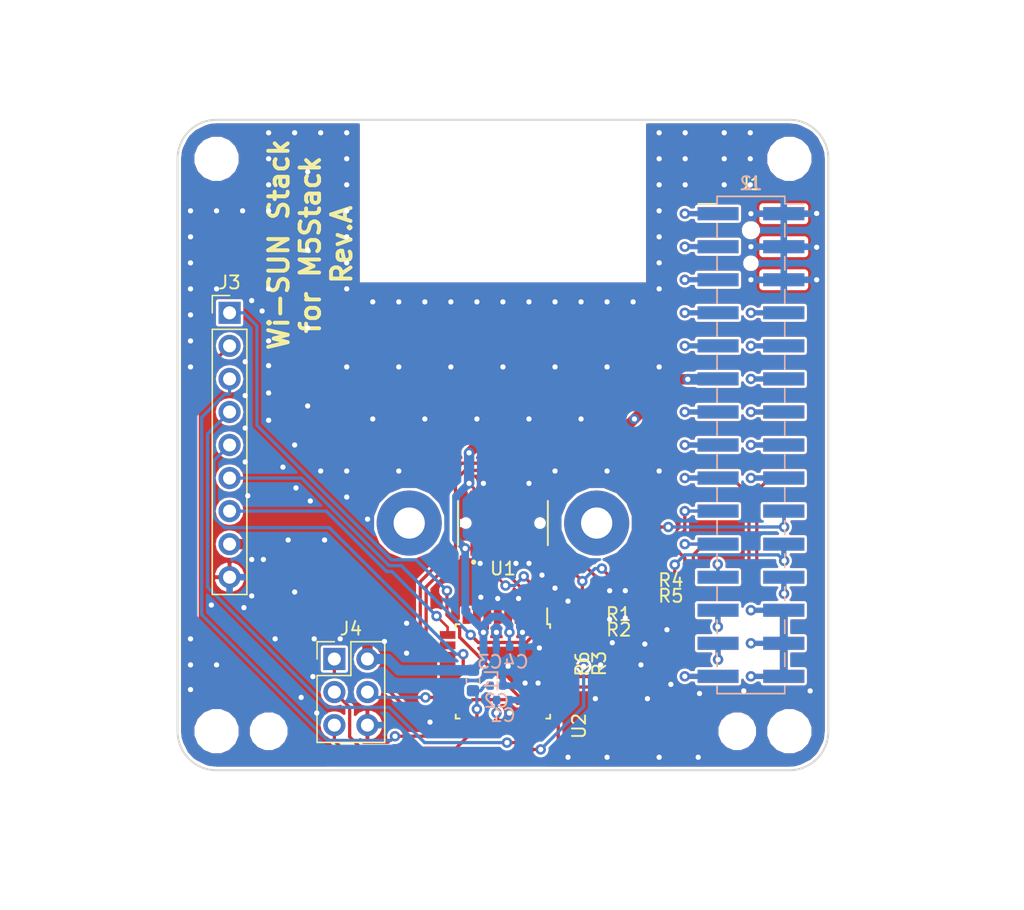
<source format=kicad_pcb>
(kicad_pcb (version 20171130) (host pcbnew "(5.0.0)")
  (layers (0 F.Cu signal) (31 B.Cu signal) (34 B.Paste user) (35 F.Paste user) (36 B.SilkS user) (37 F.SilkS user) (38 B.Mask user) (39 F.Mask user) (44 Edge.Cuts user))
  (net 0 "")
  (net 1 "Net-(C1-Pad1)")
  (net 2 GND)
  (net 3 "Net-(C2-Pad1)")
  (net 4 +3V3)
  (net 5 /HPWR)
  (net 6 /BATTERY)
  (net 7 +5V)
  (net 8 /IIS_IN)
  (net 9 /IIS_OUT)
  (net 10 /IIS_MK)
  (net 11 /IIS_SK)
  (net 12 /IIS_WS)
  (net 13 /GPIO_G2)
  (net 14 /GPIO_G5)
  (net 15 /SDA)
  (net 16 /SCL)
  (net 17 /RXD2)
  (net 18 /TXD2)
  (net 19 /RXD0)
  (net 20 /TXD0)
  (net 21 /SCK)
  (net 22 /MISO)
  (net 23 /DAC)
  (net 24 /MOSI)
  (net 25 /DAC_SPK)
  (net 26 /RST)
  (net 27 /ADC_G36)
  (net 28 /ADC_G35)
  (net 29 /AVR_RESET)
  (net 30 /AVR_MOSI)
  (net 31 /AVR_SCK)
  (net 32 /AVR_MISO)
  (net 33 /AVR_ADC3)
  (net 34 /AVR_ADC2)
  (net 35 /AVR_ADC1)
  (net 36 /AVR_ADC0)
  (net 37 /AVR_PB1)
  (net 38 /AVR_PD4)
  (net 39 /BP35_TXD)
  (net 40 /AVR_RXD0)
  (net 41 /BP35_RXD)
  (net 42 /AVR_TXD0)
  (net 43 /BP35_RESET)
  (net 44 /BP35_WKUP)
  (net 45 /BP35_RTS)
  (net 46 /BP35_CTS)
  (net 47 /AVR_PD5)
  (module local:BP35A1 (layer F.Cu) (at 35 71)
    (fp_text reference U1 (at 0 3.5) (layer F.SilkS))
    (fp_text value BP35A1)
    (pad "" np_thru_hole circle (at -7.2 0) (size 5 5) (drill 2.4) (layers *.Cu *.Mask))
    (pad "" np_thru_hole circle (at 7.2 0) (size 5 5) (drill 2.4) (layers *.Cu *.Mask))
    (pad 11 smd rect (at -2.3 -1.95) (size 0.4 1.1) (layers F.Cu F.Paste F.Mask) (net 4 +3V3))
    (pad 12 smd rect (at -1.75 -1.95) (size 0.3 1.1) (layers F.Cu F.Paste F.Mask) (net 2 GND))
    (pad 13 smd rect (at -1.25 -1.95) (size 0.3 1.1) (layers F.Cu F.Paste F.Mask) (net 2 GND))
    (pad 14 smd rect (at -0.75 -1.95) (size 0.3 1.1) (layers F.Cu F.Paste F.Mask) (net 46 /BP35_CTS))
    (pad 15 smd rect (at -0.25 -1.95) (size 0.3 1.1) (layers F.Cu F.Paste F.Mask) (net 45 /BP35_RTS))
    (pad 16 smd rect (at 0.25 -1.95) (size 0.3 1.1) (layers F.Cu F.Paste F.Mask))
    (pad 17 smd rect (at 0.75 -1.95) (size 0.3 1.1) (layers F.Cu F.Paste F.Mask))
    (pad 18 smd rect (at 1.25 -1.95) (size 0.3 1.1) (layers F.Cu F.Paste F.Mask))
    (pad 19 smd rect (at 1.75 -1.95) (size 0.3 1.1) (layers F.Cu F.Paste F.Mask) (net 2 GND))
    (pad 20 smd rect (at 2.3 -1.95) (size 0.4 1.1) (layers F.Cu F.Paste F.Mask) (net 2 GND))
    (pad 1 smd rect (at -2.3 1.95) (size 0.4 1.1) (layers F.Cu F.Paste F.Mask) (net 4 +3V3))
    (pad 2 smd rect (at -1.75 1.95) (size 0.3 1.1) (layers F.Cu F.Paste F.Mask) (net 2 GND))
    (pad 3 smd rect (at -1.25 1.95) (size 0.3 1.1) (layers F.Cu F.Paste F.Mask) (net 39 /BP35_TXD))
    (pad 4 smd rect (at -0.75 1.95) (size 0.3 1.1) (layers F.Cu F.Paste F.Mask) (net 41 /BP35_RXD))
    (pad 5 smd rect (at -0.25 1.95) (size 0.3 1.1) (layers F.Cu F.Paste F.Mask) (net 44 /BP35_WKUP))
    (pad 6 smd rect (at 0.25 1.95) (size 0.3 1.1) (layers F.Cu F.Paste F.Mask) (net 43 /BP35_RESET))
    (pad 7 smd rect (at 0.75 1.95) (size 0.3 1.1) (layers F.Cu F.Paste F.Mask) (net 2 GND))
    (pad 8 smd rect (at 1.25 1.95) (size 0.3 1.1) (layers F.Cu F.Paste F.Mask) (net 2 GND))
    (pad 9 smd rect (at 1.75 1.95) (size 0.3 1.1) (layers F.Cu F.Paste F.Mask) (net 2 GND))
    (pad 10 smd rect (at 2.3 1.95) (size 0.4 1.1) (layers F.Cu F.Paste F.Mask) (net 2 GND))
    (pad "" np_thru_hole circle (at -2.85 0) (size 0.5 0.5) (drill 0.5) (layers *.Cu *.Mask))
    (pad "" np_thru_hole circle (at 2.85 0) (size 0.5 0.5) (drill 0.5) (layers *.Cu *.Mask))
  )
  (module Package_QFP:LQFP-32_7x7mm_P0.8mm (layer F.Cu) (at 35 82.4 270)
    (fp_text reference U2 (at 4.2 -5.85 270) (layer F.SilkS))
    (fp_text value ATMEGA328P-AU)
    (pad 1 smd rect (at -4.25 -2.8 270) (size 1.2 0.6) (layers F.Cu F.Paste F.Mask) (net 43 /BP35_RESET))
    (pad 2 smd rect (at -4.25 -2 270) (size 1.2 0.6) (layers F.Cu F.Paste F.Mask) (net 38 /AVR_PD4))
    (pad 3 smd rect (at -4.25 -1.2 270) (size 1.2 0.6) (layers F.Cu F.Paste F.Mask) (net 2 GND))
    (pad 4 smd rect (at -4.25 -0.4 270) (size 1.2 0.6) (layers F.Cu F.Paste F.Mask) (net 4 +3V3))
    (pad 5 smd rect (at -4.25 0.4 270) (size 1.2 0.6) (layers F.Cu F.Paste F.Mask) (net 2 GND))
    (pad 6 smd rect (at -4.25 1.2 270) (size 1.2 0.6) (layers F.Cu F.Paste F.Mask) (net 4 +3V3))
    (pad 7 smd rect (at -4.25 2 270) (size 1.2 0.6) (layers F.Cu F.Paste F.Mask))
    (pad 8 smd rect (at -4.25 2.8 270) (size 1.2 0.6) (layers F.Cu F.Paste F.Mask))
    (pad 9 smd rect (at -2.8 4.25) (size 1.2 0.6) (layers F.Cu F.Paste F.Mask) (net 47 /AVR_PD5))
    (pad 10 smd rect (at -2 4.25) (size 1.2 0.6) (layers F.Cu F.Paste F.Mask) (net 46 /BP35_CTS))
    (pad 11 smd rect (at -1.2 4.25) (size 1.2 0.6) (layers F.Cu F.Paste F.Mask) (net 45 /BP35_RTS))
    (pad 12 smd rect (at -0.4 4.25) (size 1.2 0.6) (layers F.Cu F.Paste F.Mask))
    (pad 13 smd rect (at 0.4 4.25) (size 1.2 0.6) (layers F.Cu F.Paste F.Mask) (net 37 /AVR_PB1))
    (pad 14 smd rect (at 1.2 4.25) (size 1.2 0.6) (layers F.Cu F.Paste F.Mask))
    (pad 15 smd rect (at 2 4.25) (size 1.2 0.6) (layers F.Cu F.Paste F.Mask) (net 30 /AVR_MOSI))
    (pad 16 smd rect (at 2.8 4.25) (size 1.2 0.6) (layers F.Cu F.Paste F.Mask) (net 32 /AVR_MISO))
    (pad 17 smd rect (at 4.25 2.8 270) (size 1.2 0.6) (layers F.Cu F.Paste F.Mask) (net 31 /AVR_SCK))
    (pad 18 smd rect (at 4.25 2 270) (size 1.2 0.6) (layers F.Cu F.Paste F.Mask) (net 3 "Net-(C2-Pad1)"))
    (pad 19 smd rect (at 4.25 1.2 270) (size 1.2 0.6) (layers F.Cu F.Paste F.Mask))
    (pad 20 smd rect (at 4.25 0.4 270) (size 1.2 0.6) (layers F.Cu F.Paste F.Mask) (net 1 "Net-(C1-Pad1)"))
    (pad 21 smd rect (at 4.25 -0.4 270) (size 1.2 0.6) (layers F.Cu F.Paste F.Mask) (net 2 GND))
    (pad 22 smd rect (at 4.25 -1.2 270) (size 1.2 0.6) (layers F.Cu F.Paste F.Mask))
    (pad 23 smd rect (at 4.25 -2 270) (size 1.2 0.6) (layers F.Cu F.Paste F.Mask) (net 36 /AVR_ADC0))
    (pad 24 smd rect (at 4.25 -2.8 270) (size 1.2 0.6) (layers F.Cu F.Paste F.Mask) (net 35 /AVR_ADC1))
    (pad 25 smd rect (at 2.8 -4.25) (size 1.2 0.6) (layers F.Cu F.Paste F.Mask) (net 34 /AVR_ADC2))
    (pad 26 smd rect (at 2 -4.25) (size 1.2 0.6) (layers F.Cu F.Paste F.Mask) (net 33 /AVR_ADC3))
    (pad 27 smd rect (at 1.2 -4.25) (size 1.2 0.6) (layers F.Cu F.Paste F.Mask) (net 15 /SDA))
    (pad 28 smd rect (at 0.4 -4.25) (size 1.2 0.6) (layers F.Cu F.Paste F.Mask) (net 16 /SCL))
    (pad 29 smd rect (at -0.4 -4.25) (size 1.2 0.6) (layers F.Cu F.Paste F.Mask) (net 29 /AVR_RESET))
    (pad 30 smd rect (at -1.2 -4.25) (size 1.2 0.6) (layers F.Cu F.Paste F.Mask) (net 40 /AVR_RXD0))
    (pad 31 smd rect (at -2 -4.25) (size 1.2 0.6) (layers F.Cu F.Paste F.Mask) (net 42 /AVR_TXD0))
    (pad 32 smd rect (at -2.8 -4.25) (size 1.2 0.6) (layers F.Cu F.Paste F.Mask) (net 44 /BP35_WKUP))
  )
  (module local:MBUS_Socket (layer B.Cu) (at 54.05 65 180)
    (fp_text reference J2 (at 0 20.11 180) (layer B.SilkS) (effects (justify mirror)))
    (fp_text value MBUS_BOTTOM)
    (pad "" np_thru_hole circle (at 0 -16.51 180) (size 1 1) (drill 1) (layers *.Cu *.Mask))
    (pad "" np_thru_hole circle (at 0 16.51 180) (size 1 1) (drill 1) (layers *.Cu *.Mask))
    (pad 1 smd rect (at -2.525 17.78 180) (size 3.15 1) (layers B.Cu B.Mask) (net 2 GND))
    (pad 2 smd rect (at 2.525 17.78 180) (size 3.15 1) (layers B.Cu B.Mask) (net 28 /ADC_G35))
    (pad 3 smd rect (at -2.525 15.24 180) (size 3.15 1) (layers B.Cu B.Mask) (net 2 GND))
    (pad 4 smd rect (at 2.525 15.24 180) (size 3.15 1) (layers B.Cu B.Mask) (net 27 /ADC_G36))
    (pad 5 smd rect (at -2.525 12.7 180) (size 3.15 1) (layers B.Cu B.Mask) (net 2 GND))
    (pad 6 smd rect (at 2.525 12.7 180) (size 3.15 1) (layers B.Cu B.Mask) (net 26 /RST))
    (pad 7 smd rect (at -2.525 10.16 180) (size 3.15 1) (layers B.Cu B.Mask) (net 24 /MOSI))
    (pad 8 smd rect (at 2.525 10.16 180) (size 3.15 1) (layers B.Cu B.Mask) (net 25 /DAC_SPK))
    (pad 9 smd rect (at -2.525 7.62 180) (size 3.15 1) (layers B.Cu B.Mask) (net 22 /MISO))
    (pad 10 smd rect (at 2.525 7.62 180) (size 3.15 1) (layers B.Cu B.Mask) (net 23 /DAC))
    (pad 11 smd rect (at -2.525 5.08 180) (size 3.15 1) (layers B.Cu B.Mask) (net 21 /SCK))
    (pad 12 smd rect (at 2.525 5.08 180) (size 3.15 1) (layers B.Cu B.Mask) (net 4 +3V3))
    (pad 13 smd rect (at -2.525 2.54 180) (size 3.15 1) (layers B.Cu B.Mask) (net 19 /RXD0))
    (pad 14 smd rect (at 2.525 2.54 180) (size 3.15 1) (layers B.Cu B.Mask) (net 20 /TXD0))
    (pad 15 smd rect (at -2.525 0 180) (size 3.15 1) (layers B.Cu B.Mask) (net 17 /RXD2))
    (pad 16 smd rect (at 2.525 0 180) (size 3.15 1) (layers B.Cu B.Mask) (net 18 /TXD2))
    (pad 17 smd rect (at -2.525 -2.54 180) (size 3.15 1) (layers B.Cu B.Mask) (net 15 /SDA))
    (pad 18 smd rect (at 2.525 -2.54 180) (size 3.15 1) (layers B.Cu B.Mask) (net 16 /SCL))
    (pad 19 smd rect (at -2.525 -5.08 180) (size 3.15 1) (layers B.Cu B.Mask) (net 13 /GPIO_G2))
    (pad 20 smd rect (at 2.525 -5.08 180) (size 3.15 1) (layers B.Cu B.Mask) (net 14 /GPIO_G5))
    (pad 21 smd rect (at -2.525 -7.62 180) (size 3.15 1) (layers B.Cu B.Mask) (net 11 /IIS_SK))
    (pad 22 smd rect (at 2.525 -7.62 180) (size 3.15 1) (layers B.Cu B.Mask) (net 12 /IIS_WS))
    (pad 23 smd rect (at -2.525 -10.16 180) (size 3.15 1) (layers B.Cu B.Mask) (net 9 /IIS_OUT))
    (pad 24 smd rect (at 2.525 -10.16 180) (size 3.15 1) (layers B.Cu B.Mask) (net 10 /IIS_MK))
    (pad 25 smd rect (at -2.525 -12.7 180) (size 3.15 1) (layers B.Cu B.Mask) (net 5 /HPWR))
    (pad 26 smd rect (at 2.525 -12.7 180) (size 3.15 1) (layers B.Cu B.Mask) (net 8 /IIS_IN))
    (pad 27 smd rect (at -2.525 -15.24 180) (size 3.15 1) (layers B.Cu B.Mask) (net 5 /HPWR))
    (pad 28 smd rect (at 2.525 -15.24 180) (size 3.15 1) (layers B.Cu B.Mask) (net 7 +5V))
    (pad 29 smd rect (at -2.525 -17.78 180) (size 3.15 1) (layers B.Cu B.Mask) (net 5 /HPWR))
    (pad 30 smd rect (at 2.525 -17.78 180) (size 3.15 1) (layers B.Cu B.Mask) (net 6 /BATTERY))
  )
  (module local:MBUS_Header (layer F.Cu) (at 54.05 65)
    (fp_text reference J1 (at 0 -20.11) (layer F.SilkS))
    (fp_text value MBUS_TOP)
    (pad "" np_thru_hole circle (at 0 13.97) (size 0.8 0.8) (drill 0.8) (layers *.Cu *.Mask))
    (pad "" np_thru_hole circle (at 0 -13.97) (size 0.8 0.8) (drill 0.8) (layers *.Cu *.Mask))
    (pad 1 smd rect (at -2.525 -17.78) (size 3.15 1) (layers F.Cu F.Mask) (net 28 /ADC_G35))
    (pad 2 smd rect (at 2.525 -17.78) (size 3.15 1) (layers F.Cu F.Mask) (net 2 GND))
    (pad 3 smd rect (at -2.525 -15.24) (size 3.15 1) (layers F.Cu F.Mask) (net 27 /ADC_G36))
    (pad 4 smd rect (at 2.525 -15.24) (size 3.15 1) (layers F.Cu F.Mask) (net 2 GND))
    (pad 5 smd rect (at -2.525 -12.7) (size 3.15 1) (layers F.Cu F.Mask) (net 26 /RST))
    (pad 6 smd rect (at 2.525 -12.7) (size 3.15 1) (layers F.Cu F.Mask) (net 2 GND))
    (pad 7 smd rect (at -2.525 -10.16) (size 3.15 1) (layers F.Cu F.Mask) (net 25 /DAC_SPK))
    (pad 8 smd rect (at 2.525 -10.16) (size 3.15 1) (layers F.Cu F.Mask) (net 24 /MOSI))
    (pad 9 smd rect (at -2.525 -7.62) (size 3.15 1) (layers F.Cu F.Mask) (net 23 /DAC))
    (pad 10 smd rect (at 2.525 -7.62) (size 3.15 1) (layers F.Cu F.Mask) (net 22 /MISO))
    (pad 11 smd rect (at -2.525 -5.08) (size 3.15 1) (layers F.Cu F.Mask) (net 4 +3V3))
    (pad 12 smd rect (at 2.525 -5.08) (size 3.15 1) (layers F.Cu F.Mask) (net 21 /SCK))
    (pad 13 smd rect (at -2.525 -2.54) (size 3.15 1) (layers F.Cu F.Mask) (net 20 /TXD0))
    (pad 14 smd rect (at 2.525 -2.54) (size 3.15 1) (layers F.Cu F.Mask) (net 19 /RXD0))
    (pad 15 smd rect (at -2.525 0) (size 3.15 1) (layers F.Cu F.Mask) (net 18 /TXD2))
    (pad 16 smd rect (at 2.525 0) (size 3.15 1) (layers F.Cu F.Mask) (net 17 /RXD2))
    (pad 17 smd rect (at -2.525 2.54) (size 3.15 1) (layers F.Cu F.Mask) (net 16 /SCL))
    (pad 18 smd rect (at 2.525 2.54) (size 3.15 1) (layers F.Cu F.Mask) (net 15 /SDA))
    (pad 19 smd rect (at -2.525 5.08) (size 3.15 1) (layers F.Cu F.Mask) (net 14 /GPIO_G5))
    (pad 20 smd rect (at 2.525 5.08) (size 3.15 1) (layers F.Cu F.Mask) (net 13 /GPIO_G2))
    (pad 21 smd rect (at -2.525 7.62) (size 3.15 1) (layers F.Cu F.Mask) (net 12 /IIS_WS))
    (pad 22 smd rect (at 2.525 7.62) (size 3.15 1) (layers F.Cu F.Mask) (net 11 /IIS_SK))
    (pad 23 smd rect (at -2.525 10.16) (size 3.15 1) (layers F.Cu F.Mask) (net 10 /IIS_MK))
    (pad 24 smd rect (at 2.525 10.16) (size 3.15 1) (layers F.Cu F.Mask) (net 9 /IIS_OUT))
    (pad 25 smd rect (at -2.525 12.7) (size 3.15 1) (layers F.Cu F.Mask) (net 8 /IIS_IN))
    (pad 26 smd rect (at 2.525 12.7) (size 3.15 1) (layers F.Cu F.Mask) (net 5 /HPWR))
    (pad 27 smd rect (at -2.525 15.24) (size 3.15 1) (layers F.Cu F.Mask) (net 7 +5V))
    (pad 28 smd rect (at 2.525 15.24) (size 3.15 1) (layers F.Cu F.Mask) (net 5 /HPWR))
    (pad 29 smd rect (at -2.525 17.78) (size 3.15 1) (layers F.Cu F.Mask) (net 6 /BATTERY))
    (pad 30 smd rect (at 2.525 17.78) (size 3.15 1) (layers F.Cu F.Mask) (net 5 /HPWR))
  )
  (module MountingHole:MountingHole_3mm (layer F.Cu) (at 13 87)
    (fp_text reference MH1 hide)
    (fp_text value Corner)
    (pad 1 np_thru_hole circle (at 0 0) (size 3 3) (drill 3) (layers *.Cu *.Mask))
  )
  (module MountingHole:MountingHole_3mm (layer F.Cu) (at 57 87)
    (fp_text reference MH2 hide)
    (fp_text value Corner)
    (pad 1 np_thru_hole circle (at 0 0) (size 3 3) (drill 3) (layers *.Cu *.Mask))
  )
  (module MountingHole:MountingHole_3mm (layer F.Cu) (at 13 43)
    (fp_text reference MH3 hide)
    (fp_text value Corner)
    (pad 1 np_thru_hole circle (at 0 0) (size 3 3) (drill 3) (layers *.Cu *.Mask))
  )
  (module MountingHole:MountingHole_3mm (layer F.Cu) (at 57 43)
    (fp_text reference MH4 hide)
    (fp_text value Corner)
    (pad 1 np_thru_hole circle (at 0 0) (size 3 3) (drill 3) (layers *.Cu *.Mask))
  )
  (module MountingHole:MountingHole_2.5mm (layer F.Cu) (at 17 87)
    (fp_text reference MH5 hide)
    (fp_text value Fix)
    (pad 1 np_thru_hole circle (at 0 0) (size 2.5 2.5) (drill 2.5) (layers *.Cu *.Mask))
  )
  (module MountingHole:MountingHole_2.5mm (layer F.Cu) (at 53 87)
    (fp_text reference MH6 hide)
    (fp_text value Fix)
    (pad 1 np_thru_hole circle (at 0 0) (size 2.5 2.5) (drill 2.5) (layers *.Cu *.Mask))
  )
  (module Connector_PinHeader_2.54mm:PinHeader_1x09_P2.54mm_Vertical (layer F.Cu) (at 14 54.84)
    (fp_text reference J3 (at 0 -2.33) (layer F.SilkS))
    (fp_text value AVR_IO)
    (pad 1 thru_hole rect (at 0 0) (size 1.7 1.7) (drill 1) (layers *.Cu *.Mask) (net 33 /AVR_ADC3))
    (pad 2 thru_hole oval (at 0 2.54) (size 1.7 1.7) (drill 1) (layers *.Cu *.Mask) (net 34 /AVR_ADC2))
    (pad 3 thru_hole oval (at 0 5.08) (size 1.7 1.7) (drill 1) (layers *.Cu *.Mask) (net 35 /AVR_ADC1))
    (pad 4 thru_hole oval (at 0 7.62) (size 1.7 1.7) (drill 1) (layers *.Cu *.Mask) (net 36 /AVR_ADC0))
    (pad 5 thru_hole oval (at 0 10.16) (size 1.7 1.7) (drill 1) (layers *.Cu *.Mask) (net 37 /AVR_PB1))
    (pad 6 thru_hole oval (at 0 12.7) (size 1.7 1.7) (drill 1) (layers *.Cu *.Mask) (net 38 /AVR_PD4))
    (pad 7 thru_hole oval (at 0 15.24) (size 1.7 1.7) (drill 1) (layers *.Cu *.Mask) (net 47 /AVR_PD5))
    (pad 8 thru_hole oval (at 0 17.78) (size 1.7 1.7) (drill 1) (layers *.Cu *.Mask) (net 4 +3V3))
    (pad 9 thru_hole oval (at 0 20.32) (size 1.7 1.7) (drill 1) (layers *.Cu *.Mask) (net 2 GND))
  )
  (module Capacitor_SMD:C_0402_1005Metric (layer B.Cu) (at 35 84.6)
    (fp_text reference C1 (at 0 1.17) (layer B.SilkS) (effects (justify mirror)))
    (fp_text value 100n)
    (pad 2 smd roundrect (at 0.485 0) (size 0.59 0.64) (layers B.Cu B.Paste B.Mask) (net 2 GND))
    (pad 1 smd roundrect (at -0.485 0) (size 0.59 0.64) (layers B.Cu B.Paste B.Mask) (net 1 "Net-(C1-Pad1)"))
  )
  (module Capacitor_SMD:C_0402_1005Metric (layer B.Cu) (at 34.5 83.5)
    (fp_text reference C2 (at 0 1.17) (layer B.SilkS) (effects (justify mirror)))
    (fp_text value 100n)
    (pad 1 smd roundrect (at -0.485 0) (size 0.59 0.64) (layers B.Cu B.Paste B.Mask) (net 3 "Net-(C2-Pad1)"))
    (pad 2 smd roundrect (at 0.485 0) (size 0.59 0.64) (layers B.Cu B.Paste B.Mask) (net 2 GND))
  )
  (module Capacitor_SMD:C_0402_1005Metric (layer B.Cu) (at 34 80.5)
    (fp_text reference C3 (at 0 1.17) (layer B.SilkS) (effects (justify mirror)))
    (fp_text value 100n)
    (pad 2 smd roundrect (at 0.485 0) (size 0.59 0.64) (layers B.Cu B.Paste B.Mask) (net 2 GND))
    (pad 1 smd roundrect (at -0.485 0) (size 0.59 0.64) (layers B.Cu B.Paste B.Mask) (net 4 +3V3))
  )
  (module Capacitor_SMD:C_0402_1005Metric (layer B.Cu) (at 36 80.5)
    (fp_text reference C4 (at 0 1.17) (layer B.SilkS) (effects (justify mirror)))
    (fp_text value 100n)
    (pad 1 smd roundrect (at -0.485 0) (size 0.59 0.64) (layers B.Cu B.Paste B.Mask) (net 4 +3V3))
    (pad 2 smd roundrect (at 0.485 0) (size 0.59 0.64) (layers B.Cu B.Paste B.Mask) (net 2 GND))
  )
  (module Inductor_SMD:L_0603_1608Metric (layer B.Cu) (at 32.7 83.1 90)
    (fp_text reference L1 (at 0 1.43 90) (layer B.SilkS) (effects (justify mirror)))
    (fp_text value 10u)
    (pad 1 smd roundrect (at -0.7875 0 90) (size 0.875 0.95) (layers B.Cu B.Paste B.Mask) (net 3 "Net-(C2-Pad1)"))
    (pad 2 smd roundrect (at 0.7875 0 90) (size 0.875 0.95) (layers B.Cu B.Paste B.Mask) (net 4 +3V3))
  )
  (module Resistor_SMD:R_0402_1005Metric (layer F.Cu) (at 45.9 78 180)
    (fp_text reference R1 (at 2.015 0 180) (layer F.SilkS))
    (fp_text value 0)
    (pad 2 smd roundrect (at 0.485 0 180) (size 0.59 0.64) (layers F.Cu F.Paste F.Mask) (net 39 /BP35_TXD))
    (pad 1 smd roundrect (at -0.485 0 180) (size 0.59 0.64) (layers F.Cu F.Paste F.Mask) (net 14 /GPIO_G5))
  )
  (module Resistor_SMD:R_0402_1005Metric (layer F.Cu) (at 45.9 79.2 180)
    (fp_text reference R2 (at 2 0 180) (layer F.SilkS))
    (fp_text value NMT)
    (pad 2 smd roundrect (at 0.485 0 180) (size 0.59 0.64) (layers F.Cu F.Paste F.Mask) (net 39 /BP35_TXD))
    (pad 1 smd roundrect (at -0.485 0 180) (size 0.59 0.64) (layers F.Cu F.Paste F.Mask) (net 12 /IIS_WS))
  )
  (module Resistor_SMD:R_0402_1005Metric (layer F.Cu) (at 42.3 79.815 90)
    (fp_text reference R3 (at -1.985 0.1 90) (layer F.SilkS))
    (fp_text value NMT)
    (pad 1 smd roundrect (at -0.485 0 90) (size 0.59 0.64) (layers F.Cu F.Paste F.Mask) (net 40 /AVR_RXD0))
    (pad 2 smd roundrect (at 0.485 0 90) (size 0.59 0.64) (layers F.Cu F.Paste F.Mask) (net 39 /BP35_TXD))
  )
  (module Resistor_SMD:R_0402_1005Metric (layer F.Cu) (at 45.9 75.4 180)
    (fp_text reference R4 (at -2 0 180) (layer F.SilkS))
    (fp_text value 0)
    (pad 2 smd roundrect (at 0.485 0 180) (size 0.59 0.64) (layers F.Cu F.Paste F.Mask) (net 41 /BP35_RXD))
    (pad 1 smd roundrect (at -0.485 0 180) (size 0.59 0.64) (layers F.Cu F.Paste F.Mask) (net 13 /GPIO_G2))
  )
  (module Resistor_SMD:R_0402_1005Metric (layer F.Cu) (at 45.9 76.6 180)
    (fp_text reference R5 (at -2 0 180) (layer F.SilkS))
    (fp_text value NMT)
    (pad 1 smd roundrect (at -0.485 0 180) (size 0.59 0.64) (layers F.Cu F.Paste F.Mask) (net 11 /IIS_SK))
    (pad 2 smd roundrect (at 0.485 0 180) (size 0.59 0.64) (layers F.Cu F.Paste F.Mask) (net 41 /BP35_RXD))
  )
  (module Resistor_SMD:R_0402_1005Metric (layer F.Cu) (at 41.1 79.815 90)
    (fp_text reference R6 (at -2 0 90) (layer F.SilkS))
    (fp_text value NMT)
    (pad 1 smd roundrect (at -0.485 0 90) (size 0.59 0.64) (layers F.Cu F.Paste F.Mask) (net 42 /AVR_TXD0))
    (pad 2 smd roundrect (at 0.485 0 90) (size 0.59 0.64) (layers F.Cu F.Paste F.Mask) (net 41 /BP35_RXD))
  )
  (module Connector_PinHeader_2.54mm:PinHeader_2x03_P2.54mm_Vertical (layer F.Cu) (at 22.05 81.45)
    (fp_text reference J4 (at 1.27 -2.33) (layer F.SilkS))
    (fp_text value ISP)
    (pad 1 thru_hole rect (at 0 0) (size 1.7 1.7) (drill 1) (layers *.Cu *.Mask) (net 32 /AVR_MISO))
    (pad 2 thru_hole oval (at 2.54 0) (size 1.7 1.7) (drill 1) (layers *.Cu *.Mask) (net 4 +3V3))
    (pad 3 thru_hole oval (at 0 2.54) (size 1.7 1.7) (drill 1) (layers *.Cu *.Mask) (net 31 /AVR_SCK))
    (pad 4 thru_hole oval (at 2.54 2.54) (size 1.7 1.7) (drill 1) (layers *.Cu *.Mask) (net 30 /AVR_MOSI))
    (pad 5 thru_hole oval (at 0 5.08) (size 1.7 1.7) (drill 1) (layers *.Cu *.Mask) (net 29 /AVR_RESET))
    (pad 6 thru_hole oval (at 2.54 5.08) (size 1.7 1.7) (drill 1) (layers *.Cu *.Mask) (net 2 GND))
  )
  (gr_arc (start 13 87) (end 10 87) (angle -90) (layer Edge.Cuts) (width 0.15))
  (gr_arc (start 57 87) (end 57 90) (angle -90) (layer Edge.Cuts) (width 0.15))
  (gr_arc (start 57 43) (end 60 43) (angle -90) (layer Edge.Cuts) (width 0.15))
  (gr_arc (start 13 43) (end 13 40) (angle -90) (layer Edge.Cuts) (width 0.15))
  (gr_text "Wi-SUN Stack\nfor M5Stack\nRev.A" (at 20.2 49.6 90) (layer F.SilkS) (effects (font (size 1.5 1.5) (thickness 0.3))))
  (gr_line (start 57 40) (end 13 40) (layer Edge.Cuts) (width 0.15))
  (gr_line (start 60 87) (end 60 43) (layer Edge.Cuts) (width 0.15))
  (gr_line (start 13 90) (end 57 90) (layer Edge.Cuts) (width 0.15))
  (gr_line (start 10 43) (end 10 87) (layer Edge.Cuts) (width 0.15))
  (segment (start 34.5 85.6) (end 34.5 84.615) (width 0.25) (layer B.Cu) (net 1))
  (segment (start 34.5 84.615) (end 34.515 84.6) (width 0.25) (layer B.Cu) (net 1))
  (segment (start 34.6 86.65) (end 34.6 85.7) (width 0.25) (layer F.Cu) (net 1))
  (segment (start 34.6 85.7) (end 34.5 85.6) (width 0.25) (layer F.Cu) (net 1))
  (via (at 34.5 85.6) (size 0.8) (layers F.Cu B.Cu) (net 1))
  (segment (start 54.05 47.22) (end 56.575 47.22) (width 0.4) (layer B.Cu) (net 2))
  (segment (start 56.575 47.22) (end 54.05 47.22) (width 0.4) (layer F.Cu) (net 2))
  (segment (start 54.05 49.76) (end 56.575 49.76) (width 0.4) (layer F.Cu) (net 2))
  (segment (start 56.575 49.76) (end 54.05 49.76) (width 0.4) (layer B.Cu) (net 2))
  (segment (start 54.05 52.3) (end 56.575 52.3) (width 0.4) (layer B.Cu) (net 2))
  (segment (start 56.575 52.3) (end 54.05 52.3) (width 0.4) (layer F.Cu) (net 2))
  (segment (start 33.25 69.05) (end 33.25 68.2) (width 0.2) (layer F.Cu) (net 2))
  (segment (start 33.25 68.2) (end 33.5 67.95) (width 0.2) (layer F.Cu) (net 2))
  (segment (start 33.75 69.05) (end 33.75 68.2) (width 0.2) (layer F.Cu) (net 2))
  (segment (start 33.75 68.2) (end 33.5 67.95) (width 0.2) (layer F.Cu) (net 2))
  (segment (start 36.75 69.05) (end 36.75 68.2) (width 0.2) (layer F.Cu) (net 2))
  (segment (start 36.75 68.2) (end 37 67.95) (width 0.2) (layer F.Cu) (net 2))
  (segment (start 37.25 69.05) (end 37.25 68.2) (width 0.2) (layer F.Cu) (net 2))
  (segment (start 37.25 68.2) (end 37 67.95) (width 0.2) (layer F.Cu) (net 2))
  (segment (start 33.25 72.95) (end 33.25 74.1) (width 0.2) (layer F.Cu) (net 2))
  (segment (start 35.5 85.6) (end 35.5 84.615) (width 0.25) (layer B.Cu) (net 2))
  (segment (start 35.5 84.615) (end 35.485 84.6) (width 0.25) (layer B.Cu) (net 2))
  (segment (start 35.4 86.65) (end 35.4 85.7) (width 0.25) (layer F.Cu) (net 2))
  (segment (start 35.4 85.7) (end 35.5 85.6) (width 0.25) (layer F.Cu) (net 2))
  (segment (start 36.5 79.4) (end 36.5 80.485) (width 0.25) (layer B.Cu) (net 2))
  (segment (start 36.5 80.485) (end 36.485 80.5) (width 0.25) (layer B.Cu) (net 2))
  (segment (start 36.2 78.15) (end 36.2 79.1) (width 0.25) (layer F.Cu) (net 2))
  (segment (start 36.2 79.1) (end 36.5 79.4) (width 0.25) (layer F.Cu) (net 2))
  (segment (start 34.5 79.4) (end 34.5 80.485) (width 0.25) (layer B.Cu) (net 2))
  (segment (start 34.5 80.485) (end 34.485 80.5) (width 0.25) (layer B.Cu) (net 2))
  (segment (start 34.6 78.15) (end 34.6 79.3) (width 0.25) (layer F.Cu) (net 2))
  (segment (start 34.6 79.3) (end 34.5 79.4) (width 0.25) (layer F.Cu) (net 2))
  (segment (start 34.6 78.15) (end 34.6 76.8) (width 0.25) (layer F.Cu) (net 2))
  (segment (start 36.2 78.15) (end 36.2 76.8) (width 0.25) (layer F.Cu) (net 2))
  (segment (start 37.25 72.95) (end 37.25 73.85) (width 0.2) (layer F.Cu) (net 2))
  (segment (start 37.25 73.85) (end 37 74.1) (width 0.2) (layer F.Cu) (net 2))
  (segment (start 36.75 72.95) (end 36.75 73.85) (width 0.2) (layer F.Cu) (net 2))
  (segment (start 36.75 73.85) (end 37 74.1) (width 0.2) (layer F.Cu) (net 2))
  (segment (start 36.25 72.95) (end 36.25 73.85) (width 0.2) (layer F.Cu) (net 2))
  (segment (start 36.25 73.85) (end 36 74.1) (width 0.2) (layer F.Cu) (net 2))
  (segment (start 35.75 72.95) (end 35.75 73.85) (width 0.2) (layer F.Cu) (net 2))
  (segment (start 35.75 73.85) (end 36 74.1) (width 0.2) (layer F.Cu) (net 2))
  (via (at 54.05 47.22) (size 0.8) (layers F.Cu B.Cu) (net 2))
  (via (at 54.05 49.76) (size 0.8) (layers F.Cu B.Cu) (net 2))
  (via (at 54.05 52.3) (size 0.8) (layers F.Cu B.Cu) (net 2))
  (via (at 33.5 67.95) (size 0.8) (layers F.Cu B.Cu) (net 2))
  (via (at 37 67.95) (size 0.8) (layers F.Cu B.Cu) (net 2))
  (via (at 33.25 74.1) (size 0.8) (layers F.Cu B.Cu) (net 2))
  (via (at 35.5 85.6) (size 0.8) (layers F.Cu B.Cu) (net 2))
  (via (at 36.5 79.4) (size 0.8) (layers F.Cu B.Cu) (net 2))
  (via (at 34.5 79.4) (size 0.8) (layers F.Cu B.Cu) (net 2))
  (via (at 34.6 76.8) (size 0.8) (layers F.Cu B.Cu) (net 2))
  (via (at 36.2 76.8) (size 0.8) (layers F.Cu B.Cu) (net 2))
  (via (at 37 74.1) (size 0.8) (layers F.Cu B.Cu) (net 2))
  (via (at 36 74.1) (size 0.8) (layers F.Cu B.Cu) (net 2))
  (via (at 18.5 72.3) (size 0.8) (drill 0.4) (layers F.Cu B.Cu) (net 2))
  (via (at 15.7 73.8) (size 0.8) (drill 0.4) (layers F.Cu B.Cu) (net 2))
  (via (at 16.6 73.8) (size 0.8) (drill 0.4) (layers F.Cu B.Cu) (net 2))
  (via (at 15.7 76.6) (size 0.8) (drill 0.4) (layers F.Cu B.Cu) (net 2))
  (via (at 15.1 77.5) (size 0.8) (drill 0.4) (layers F.Cu B.Cu) (net 2))
  (via (at 20.4 82.8) (size 0.8) (drill 0.4) (layers F.Cu B.Cu) (net 2))
  (via (at 20.5 79.9) (size 0.8) (drill 0.4) (layers F.Cu B.Cu) (net 2))
  (via (at 22.5 79.9) (size 0.8) (drill 0.4) (layers F.Cu B.Cu) (net 2))
  (via (at 25.9 80.1) (size 0.8) (drill 0.4) (layers F.Cu B.Cu) (net 2))
  (via (at 27.6 81) (size 0.8) (drill 0.4) (layers F.Cu B.Cu) (net 2))
  (via (at 27.6 78.7) (size 0.8) (drill 0.4) (layers F.Cu B.Cu) (net 2))
  (via (at 21.3 72.3) (size 0.8) (drill 0.4) (layers F.Cu B.Cu) (net 2))
  (via (at 17.5 79.9) (size 0.8) (drill 0.4) (layers F.Cu B.Cu) (net 2))
  (via (at 12.6 77.3) (size 0.8) (drill 0.4) (layers F.Cu B.Cu) (net 2))
  (via (at 20.7 85.6) (size 0.8) (drill 0.4) (layers F.Cu B.Cu) (net 2))
  (via (at 19.5 84.4) (size 0.8) (drill 0.4) (layers F.Cu B.Cu) (net 2))
  (via (at 11 79.9) (size 0.8) (drill 0.4) (layers F.Cu B.Cu) (net 2))
  (via (at 11 83.8) (size 0.8) (drill 0.4) (layers F.Cu B.Cu) (net 2))
  (via (at 11 81.9) (size 0.8) (drill 0.4) (layers F.Cu B.Cu) (net 2))
  (via (at 13 81.9) (size 0.8) (drill 0.4) (layers F.Cu B.Cu) (net 2))
  (via (at 15.2 66.3) (size 0.8) (drill 0.4) (layers F.Cu B.Cu) (net 2))
  (via (at 18.1 66.7) (size 0.8) (drill 0.4) (layers F.Cu B.Cu) (net 2))
  (via (at 15.2 63.7) (size 0.8) (drill 0.4) (layers F.Cu B.Cu) (net 2))
  (via (at 15.2 61.2) (size 0.8) (drill 0.4) (layers F.Cu B.Cu) (net 2))
  (via (at 15.2 58.6) (size 0.8) (drill 0.4) (layers F.Cu B.Cu) (net 2))
  (via (at 15.7 53.9) (size 0.8) (drill 0.4) (layers F.Cu B.Cu) (net 2))
  (via (at 16.5 54.7) (size 0.8) (drill 0.4) (layers F.Cu B.Cu) (net 2))
  (via (at 17 58.9) (size 0.8) (drill 0.4) (layers F.Cu B.Cu) (net 2))
  (via (at 17 63.1) (size 0.8) (drill 0.4) (layers F.Cu B.Cu) (net 2))
  (via (at 24.6 70.7) (size 0.8) (drill 0.4) (layers F.Cu B.Cu) (net 2))
  (via (at 23 41) (size 0.8) (drill 0.4) (layers F.Cu B.Cu) (net 2))
  (via (at 23 43) (size 0.8) (drill 0.4) (layers F.Cu B.Cu) (net 2))
  (via (at 23 45) (size 0.8) (drill 0.4) (layers F.Cu B.Cu) (net 2))
  (via (at 23 47) (size 0.8) (drill 0.4) (layers F.Cu B.Cu) (net 2))
  (via (at 23 49) (size 0.8) (drill 0.4) (layers F.Cu B.Cu) (net 2))
  (via (at 23 51) (size 0.8) (drill 0.4) (layers F.Cu B.Cu) (net 2))
  (via (at 23 53) (size 0.8) (drill 0.4) (layers F.Cu B.Cu) (net 2))
  (via (at 47 41) (size 0.8) (drill 0.4) (layers F.Cu B.Cu) (net 2))
  (via (at 47 43) (size 0.8) (drill 0.4) (layers F.Cu B.Cu) (net 2))
  (via (at 47 45) (size 0.8) (drill 0.4) (layers F.Cu B.Cu) (net 2))
  (via (at 47 47) (size 0.8) (drill 0.4) (layers F.Cu B.Cu) (net 2))
  (via (at 47 49) (size 0.8) (drill 0.4) (layers F.Cu B.Cu) (net 2))
  (via (at 47 51) (size 0.8) (drill 0.4) (layers F.Cu B.Cu) (net 2))
  (via (at 47 53) (size 0.8) (drill 0.4) (layers F.Cu B.Cu) (net 2))
  (via (at 25 54) (size 0.8) (drill 0.4) (layers F.Cu B.Cu) (net 2))
  (via (at 27 54) (size 0.8) (drill 0.4) (layers F.Cu B.Cu) (net 2))
  (via (at 29 54) (size 0.8) (drill 0.4) (layers F.Cu B.Cu) (net 2))
  (via (at 31 54) (size 0.8) (drill 0.4) (layers F.Cu B.Cu) (net 2))
  (via (at 33 54) (size 0.8) (drill 0.4) (layers F.Cu B.Cu) (net 2))
  (via (at 35 54) (size 0.8) (drill 0.4) (layers F.Cu B.Cu) (net 2))
  (via (at 37 54) (size 0.8) (drill 0.4) (layers F.Cu B.Cu) (net 2))
  (via (at 39 54) (size 0.8) (drill 0.4) (layers F.Cu B.Cu) (net 2))
  (via (at 41 54) (size 0.8) (drill 0.4) (layers F.Cu B.Cu) (net 2))
  (via (at 43 54) (size 0.8) (drill 0.4) (layers F.Cu B.Cu) (net 2))
  (via (at 45 54) (size 0.8) (drill 0.4) (layers F.Cu B.Cu) (net 2))
  (via (at 17 41) (size 0.8) (drill 0.4) (layers F.Cu B.Cu) (net 2))
  (via (at 17 43) (size 0.8) (drill 0.4) (layers F.Cu B.Cu) (net 2))
  (via (at 17 45) (size 0.8) (drill 0.4) (layers F.Cu B.Cu) (net 2))
  (via (at 17 47) (size 0.8) (drill 0.4) (layers F.Cu B.Cu) (net 2))
  (via (at 11 47) (size 0.8) (drill 0.4) (layers F.Cu B.Cu) (net 2))
  (via (at 13 47) (size 0.8) (drill 0.4) (layers F.Cu B.Cu) (net 2))
  (via (at 15 47) (size 0.8) (drill 0.4) (layers F.Cu B.Cu) (net 2))
  (via (at 54 41) (size 0.8) (drill 0.4) (layers F.Cu B.Cu) (net 2))
  (via (at 54 43) (size 0.8) (drill 0.4) (layers F.Cu B.Cu) (net 2))
  (via (at 54 45) (size 0.8) (drill 0.4) (layers F.Cu B.Cu) (net 2))
  (via (at 49 45) (size 0.8) (drill 0.4) (layers F.Cu B.Cu) (net 2))
  (via (at 49 43) (size 0.8) (drill 0.4) (layers F.Cu B.Cu) (net 2))
  (via (at 49 41) (size 0.8) (drill 0.4) (layers F.Cu B.Cu) (net 2))
  (via (at 52 41) (size 0.8) (drill 0.4) (layers F.Cu B.Cu) (net 2))
  (via (at 52 43) (size 0.8) (drill 0.4) (layers F.Cu B.Cu) (net 2))
  (via (at 52 45) (size 0.8) (drill 0.4) (layers F.Cu B.Cu) (net 2))
  (via (at 11 49) (size 0.8) (drill 0.4) (layers F.Cu B.Cu) (net 2))
  (via (at 11 51) (size 0.8) (drill 0.4) (layers F.Cu B.Cu) (net 2))
  (via (at 11 53) (size 0.8) (drill 0.4) (layers F.Cu B.Cu) (net 2))
  (via (at 11 55) (size 0.8) (drill 0.4) (layers F.Cu B.Cu) (net 2))
  (via (at 11 57) (size 0.8) (drill 0.4) (layers F.Cu B.Cu) (net 2))
  (via (at 11 59) (size 0.8) (drill 0.4) (layers F.Cu B.Cu) (net 2))
  (via (at 17 57) (size 0.8) (drill 0.4) (layers F.Cu B.Cu) (net 2))
  (via (at 17 61) (size 0.8) (drill 0.4) (layers F.Cu B.Cu) (net 2))
  (via (at 23 69) (size 0.8) (drill 0.4) (layers F.Cu B.Cu) (net 2))
  (via (at 21 67) (size 0.8) (drill 0.4) (layers F.Cu B.Cu) (net 2))
  (via (at 19 65) (size 0.8) (drill 0.4) (layers F.Cu B.Cu) (net 2))
  (via (at 17 53) (size 0.8) (drill 0.4) (layers F.Cu B.Cu) (net 2))
  (via (at 19 41) (size 0.8) (drill 0.4) (layers F.Cu B.Cu) (net 2))
  (via (at 21 41) (size 0.8) (drill 0.4) (layers F.Cu B.Cu) (net 2))
  (via (at 13 53) (size 0.8) (drill 0.4) (layers F.Cu B.Cu) (net 2))
  (via (at 20 50) (size 0.8) (drill 0.4) (layers F.Cu B.Cu) (net 2))
  (via (at 20 44) (size 0.8) (drill 0.4) (layers F.Cu B.Cu) (net 2))
  (via (at 20 56) (size 0.8) (drill 0.4) (layers F.Cu B.Cu) (net 2))
  (via (at 20 62) (size 0.8) (drill 0.4) (layers F.Cu B.Cu) (net 2))
  (via (at 23 59) (size 0.8) (drill 0.4) (layers F.Cu B.Cu) (net 2))
  (via (at 27 59) (size 0.8) (drill 0.4) (layers F.Cu B.Cu) (net 2))
  (via (at 31 59) (size 0.8) (drill 0.4) (layers F.Cu B.Cu) (net 2))
  (via (at 35 59) (size 0.8) (drill 0.4) (layers F.Cu B.Cu) (net 2))
  (via (at 39 59) (size 0.8) (drill 0.4) (layers F.Cu B.Cu) (net 2))
  (via (at 43 59) (size 0.8) (drill 0.4) (layers F.Cu B.Cu) (net 2))
  (via (at 47 59) (size 0.8) (drill 0.4) (layers F.Cu B.Cu) (net 2))
  (via (at 25 63) (size 0.8) (drill 0.4) (layers F.Cu B.Cu) (net 2))
  (via (at 29 63) (size 0.8) (drill 0.4) (layers F.Cu B.Cu) (net 2))
  (via (at 33 63) (size 0.8) (drill 0.4) (layers F.Cu B.Cu) (net 2))
  (via (at 37 63) (size 0.8) (drill 0.4) (layers F.Cu B.Cu) (net 2))
  (via (at 41 63) (size 0.8) (drill 0.4) (layers F.Cu B.Cu) (net 2))
  (via (at 23 67) (size 0.8) (drill 0.4) (layers F.Cu B.Cu) (net 2))
  (via (at 27 67) (size 0.8) (drill 0.4) (layers F.Cu B.Cu) (net 2))
  (via (at 39 67) (size 0.8) (drill 0.4) (layers F.Cu B.Cu) (net 2))
  (via (at 43 67) (size 0.8) (drill 0.4) (layers F.Cu B.Cu) (net 2))
  (via (at 47 67) (size 0.8) (drill 0.4) (layers F.Cu B.Cu) (net 2))
  (via (at 40 89) (size 0.8) (drill 0.4) (layers F.Cu B.Cu) (net 2))
  (via (at 43 89) (size 0.8) (drill 0.4) (layers F.Cu B.Cu) (net 2))
  (via (at 47 89) (size 0.8) (drill 0.4) (layers F.Cu B.Cu) (net 2))
  (via (at 50 89) (size 0.8) (drill 0.4) (layers F.Cu B.Cu) (net 2))
  (via (at 53.5 83.9) (size 0.8) (drill 0.4) (layers F.Cu B.Cu) (net 2))
  (via (at 47.9 83.4) (size 0.8) (drill 0.4) (layers F.Cu B.Cu) (net 2))
  (via (at 42.1 84.5) (size 0.8) (drill 0.4) (layers F.Cu B.Cu) (net 2))
  (via (at 42.5 81.9) (size 0.8) (drill 0.4) (layers F.Cu B.Cu) (net 2))
  (via (at 45.6 81.9) (size 0.8) (drill 0.4) (layers F.Cu B.Cu) (net 2))
  (via (at 43.2 78.4) (size 0.8) (drill 0.4) (layers F.Cu B.Cu) (net 2))
  (via (at 43.2 76.2) (size 0.8) (drill 0.4) (layers F.Cu B.Cu) (net 2))
  (via (at 44.4 76.2) (size 0.8) (drill 0.4) (layers F.Cu B.Cu) (net 2))
  (via (at 44.4 78.3) (size 0.8) (drill 0.4) (layers F.Cu B.Cu) (net 2))
  (via (at 38 75) (size 0.8) (drill 0.4) (layers F.Cu B.Cu) (net 2))
  (via (at 39 76) (size 0.8) (drill 0.4) (layers F.Cu B.Cu) (net 2))
  (via (at 40 77) (size 0.8) (drill 0.4) (layers F.Cu B.Cu) (net 2))
  (via (at 33.3 76.7) (size 0.8) (drill 0.4) (layers F.Cu B.Cu) (net 2))
  (via (at 43.4 80.2) (size 0.8) (drill 0.4) (layers F.Cu B.Cu) (net 2))
  (via (at 47.6 79.2) (size 0.8) (drill 0.4) (layers F.Cu B.Cu) (net 2))
  (via (at 45.9 80.3) (size 0.8) (drill 0.4) (layers F.Cu B.Cu) (net 2))
  (via (at 58.6 83.9) (size 0.8) (drill 0.4) (layers F.Cu B.Cu) (net 2))
  (via (at 50.1 84.1) (size 0.8) (drill 0.4) (layers F.Cu B.Cu) (net 2))
  (via (at 46.1 84.5) (size 0.8) (drill 0.4) (layers F.Cu B.Cu) (net 2))
  (via (at 19 76.3) (size 0.8) (drill 0.4) (layers F.Cu B.Cu) (net 2))
  (via (at 15.4 68.9) (size 0.8) (drill 0.4) (layers F.Cu B.Cu) (net 2))
  (via (at 19.1 68.3) (size 0.8) (drill 0.4) (layers F.Cu B.Cu) (net 2))
  (via (at 20.2 69.3) (size 0.8) (drill 0.4) (layers F.Cu B.Cu) (net 2))
  (via (at 35.4 82) (size 0.8) (drill 0.4) (layers F.Cu B.Cu) (net 2))
  (via (at 37.8 80.6) (size 0.8) (drill 0.4) (layers F.Cu B.Cu) (net 2))
  (via (at 36.7 83.3) (size 0.8) (drill 0.4) (layers F.Cu B.Cu) (net 2))
  (via (at 37.7 83.3) (size 0.8) (drill 0.4) (layers F.Cu B.Cu) (net 2))
  (via (at 29.4 86.3) (size 0.8) (drill 0.4) (layers F.Cu B.Cu) (net 2))
  (via (at 59.1 47.2) (size 0.8) (drill 0.4) (layers F.Cu B.Cu) (net 2))
  (via (at 59.1 49.8) (size 0.8) (drill 0.4) (layers F.Cu B.Cu) (net 2))
  (via (at 59.1 52.3) (size 0.8) (drill 0.4) (layers F.Cu B.Cu) (net 2))
  (segment (start 32.7 83.8875) (end 33.275 83.8875) (width 0.25) (layer B.Cu) (net 3))
  (segment (start 33.275 83.8875) (end 33.4 83.7625) (width 0.25) (layer B.Cu) (net 3))
  (segment (start 33.4 83.7625) (end 33.4 83.72) (width 0.25) (layer B.Cu) (net 3))
  (segment (start 33.4 83.72) (end 33.62 83.5) (width 0.25) (layer B.Cu) (net 3))
  (segment (start 33.62 83.5) (end 34.015 83.5) (width 0.25) (layer B.Cu) (net 3))
  (segment (start 33 85.3) (end 33 84.1875) (width 0.25) (layer B.Cu) (net 3))
  (segment (start 33 84.1875) (end 32.7 83.8875) (width 0.25) (layer B.Cu) (net 3))
  (segment (start 33 86.65) (end 33 85.3) (width 0.25) (layer F.Cu) (net 3))
  (via (at 33 85.3) (size 0.8) (layers F.Cu B.Cu) (net 3))
  (segment (start 49.2 59.95) (end 51.495 59.95) (width 0.8) (layer F.Cu) (net 4))
  (segment (start 51.495 59.95) (end 51.525 59.92) (width 0.8) (layer F.Cu) (net 4))
  (segment (start 49.2 59.95) (end 51.495 59.95) (width 0.8) (layer B.Cu) (net 4))
  (segment (start 51.495 59.95) (end 51.525 59.92) (width 0.8) (layer B.Cu) (net 4))
  (segment (start 32.4 65.6) (end 32.8 65.2) (width 0.8) (layer F.Cu) (net 4))
  (segment (start 32.8 65.2) (end 42.9 65.2) (width 0.8) (layer F.Cu) (net 4))
  (segment (start 42.9 65.2) (end 45.1 63) (width 0.8) (layer F.Cu) (net 4))
  (segment (start 48.15 59.95) (end 49.2 59.95) (width 0.8) (layer F.Cu) (net 4))
  (segment (start 32.4 67.95) (end 32.4 65.6) (width 0.8) (layer B.Cu) (net 4))
  (segment (start 24.59 81.45) (end 24.59 80.2479) (width 0.8) (layer F.Cu) (net 4))
  (segment (start 24.59 80.2479) (end 16.9621 72.62) (width 0.8) (layer F.Cu) (net 4))
  (segment (start 16.9621 72.62) (end 14 72.62) (width 0.8) (layer F.Cu) (net 4))
  (segment (start 32.7 82.3125) (end 27.0125 82.3125) (width 0.8) (layer B.Cu) (net 4))
  (segment (start 27.0125 82.3125) (end 26.15 81.45) (width 0.8) (layer B.Cu) (net 4))
  (segment (start 26.15 81.45) (end 24.59 81.45) (width 0.8) (layer B.Cu) (net 4))
  (segment (start 33.5 79.4) (end 33.5 80.485) (width 0.6) (layer B.Cu) (net 4))
  (segment (start 33.5 80.485) (end 33.515 80.5) (width 0.6) (layer B.Cu) (net 4))
  (segment (start 33.5 79.4) (end 33.5 78.8343) (width 0.6) (layer B.Cu) (net 4))
  (segment (start 33.5 78.8343) (end 34.1343 78.2) (width 0.6) (layer B.Cu) (net 4))
  (segment (start 34.1343 78.2) (end 34.8657 78.2) (width 0.6) (layer B.Cu) (net 4))
  (segment (start 34.8657 78.2) (end 35.5 78.8343) (width 0.6) (layer B.Cu) (net 4))
  (segment (start 35.5 78.8343) (end 35.5 79.4) (width 0.6) (layer B.Cu) (net 4))
  (segment (start 32.1 72.95) (end 31.4 72.25) (width 0.6) (layer B.Cu) (net 4))
  (segment (start 31.4 72.25) (end 31.4 68.95) (width 0.6) (layer B.Cu) (net 4))
  (segment (start 31.4 68.95) (end 32.4 67.95) (width 0.6) (layer B.Cu) (net 4))
  (segment (start 32.75 72.95) (end 32.1 72.95) (width 0.2) (layer F.Cu) (net 4))
  (segment (start 32.75 69.05) (end 32.75 68.3) (width 0.2) (layer F.Cu) (net 4))
  (segment (start 32.75 68.3) (end 32.4 67.95) (width 0.2) (layer F.Cu) (net 4))
  (segment (start 32.7 82.3125) (end 33.515 81.4975) (width 0.6) (layer B.Cu) (net 4))
  (segment (start 33.515 81.4975) (end 33.515 80.5) (width 0.6) (layer B.Cu) (net 4))
  (segment (start 35.5 79.4) (end 35.5 80.485) (width 0.25) (layer B.Cu) (net 4))
  (segment (start 35.5 80.485) (end 35.515 80.5) (width 0.25) (layer B.Cu) (net 4))
  (segment (start 35.4 78.15) (end 35.4 79.3) (width 0.25) (layer F.Cu) (net 4))
  (segment (start 35.4 79.3) (end 35.5 79.4) (width 0.25) (layer F.Cu) (net 4))
  (segment (start 33.8 78.15) (end 33.8 79.1) (width 0.25) (layer F.Cu) (net 4))
  (segment (start 33.8 79.1) (end 33.5 79.4) (width 0.25) (layer F.Cu) (net 4))
  (via (at 49.2 59.95) (size 0.8) (layers F.Cu B.Cu) (net 4))
  (via (at 32.4 65.6) (size 0.8) (layers F.Cu B.Cu) (net 4))
  (via (at 32.1 72.95) (size 0.8) (layers F.Cu B.Cu) (net 4))
  (via (at 32.4 67.95) (size 0.8) (layers F.Cu B.Cu) (net 4))
  (via (at 35.5 79.4) (size 0.8) (layers F.Cu B.Cu) (net 4))
  (via (at 33.5 79.4) (size 0.8) (layers F.Cu B.Cu) (net 4))
  (segment (start 32.1 72.95) (end 32.1 77.842678) (width 0.6) (layer B.Cu) (net 4))
  (segment (start 33.5 79.242678) (end 33.5 79.4) (width 0.6) (layer B.Cu) (net 4))
  (segment (start 32.1 77.842678) (end 33.5 79.242678) (width 0.6) (layer B.Cu) (net 4))
  (segment (start 45.1 63) (end 48.15 59.95) (width 0.8) (layer F.Cu) (net 4))
  (via (at 45.1 63) (size 0.8) (drill 0.4) (layers F.Cu B.Cu) (net 4))
  (segment (start 56.575 80.24) (end 56.575 77.7) (width 0.6) (layer B.Cu) (net 5))
  (segment (start 56.575 82.78) (end 56.575 80.24) (width 0.6) (layer B.Cu) (net 5))
  (segment (start 56.575 80.24) (end 56.575 82.78) (width 0.6) (layer F.Cu) (net 5))
  (segment (start 56.575 80.24) (end 56.575 77.7) (width 0.6) (layer F.Cu) (net 5))
  (segment (start 54.05 77.7) (end 56.575 77.7) (width 0.4) (layer F.Cu) (net 5))
  (segment (start 56.575 77.7) (end 54.05 77.7) (width 0.4) (layer B.Cu) (net 5))
  (segment (start 54.05 80.24) (end 56.575 80.24) (width 0.4) (layer B.Cu) (net 5))
  (segment (start 56.575 80.24) (end 54.05 80.24) (width 0.4) (layer F.Cu) (net 5))
  (segment (start 54.05 82.78) (end 56.575 82.78) (width 0.4) (layer F.Cu) (net 5))
  (segment (start 56.575 82.78) (end 54.05 82.78) (width 0.4) (layer B.Cu) (net 5))
  (via (at 54.05 77.7) (size 0.8) (layers F.Cu B.Cu) (net 5))
  (via (at 54.05 80.24) (size 0.8) (layers F.Cu B.Cu) (net 5))
  (via (at 54.05 82.78) (size 0.8) (layers F.Cu B.Cu) (net 5))
  (segment (start 48.97 82.78) (end 51.525 82.78) (width 0.4) (layer B.Cu) (net 6))
  (segment (start 51.525 82.78) (end 48.97 82.78) (width 0.4) (layer F.Cu) (net 6))
  (via (at 48.97 82.78) (size 0.8) (layers F.Cu B.Cu) (net 6))
  (segment (start 51.525 81.495) (end 51.525 80.24) (width 0.4) (layer F.Cu) (net 7))
  (segment (start 51.525 80.24) (end 51.525 81.495) (width 0.4) (layer B.Cu) (net 7))
  (via (at 51.525 81.495) (size 0.8) (layers F.Cu B.Cu) (net 7))
  (segment (start 51.51 78.97) (end 51.51 77.715) (width 0.4) (layer B.Cu) (net 8))
  (segment (start 51.51 77.715) (end 51.525 77.7) (width 0.4) (layer B.Cu) (net 8))
  (segment (start 51.525 77.7) (end 51.525 78.955) (width 0.4) (layer F.Cu) (net 8))
  (segment (start 51.525 78.955) (end 51.51 78.97) (width 0.4) (layer F.Cu) (net 8))
  (via (at 51.51 78.97) (size 0.8) (layers F.Cu B.Cu) (net 8))
  (segment (start 56.59 76.43) (end 56.59 75.175) (width 0.4) (layer B.Cu) (net 9))
  (segment (start 56.59 75.175) (end 56.575 75.16) (width 0.4) (layer B.Cu) (net 9))
  (segment (start 56.575 75.16) (end 56.575 76.415) (width 0.4) (layer F.Cu) (net 9))
  (segment (start 56.575 76.415) (end 56.59 76.43) (width 0.4) (layer F.Cu) (net 9))
  (via (at 56.59 76.43) (size 0.8) (layers F.Cu B.Cu) (net 9))
  (segment (start 51.5 74.17) (end 51.5 75.135) (width 0.25) (layer B.Cu) (net 10))
  (segment (start 51.5 75.135) (end 51.525 75.16) (width 0.25) (layer B.Cu) (net 10))
  (segment (start 51.525 75.16) (end 51.525 74.195) (width 0.25) (layer F.Cu) (net 10))
  (segment (start 51.525 74.195) (end 51.5 74.17) (width 0.25) (layer F.Cu) (net 10))
  (via (at 51.5 74.17) (size 0.8) (layers F.Cu B.Cu) (net 10))
  (segment (start 56.575 73.875) (end 56.145 73.445) (width 0.25) (layer B.Cu) (net 11))
  (segment (start 56.145 73.445) (end 48.955 73.445) (width 0.25) (layer B.Cu) (net 11))
  (segment (start 48.955 73.445) (end 48.2 74.2) (width 0.25) (layer B.Cu) (net 11))
  (segment (start 56.6 73.9) (end 56.575 73.875) (width 0.25) (layer B.Cu) (net 11))
  (segment (start 56.575 72.62) (end 56.575 73.875) (width 0.4) (layer B.Cu) (net 11))
  (segment (start 56.575 73.875) (end 56.6 73.9) (width 0.4) (layer B.Cu) (net 11))
  (segment (start 56.6 73.9) (end 56.6 72.645) (width 0.25) (layer F.Cu) (net 11))
  (segment (start 56.6 72.645) (end 56.575 72.62) (width 0.25) (layer F.Cu) (net 11))
  (segment (start 46.385 76.6) (end 48.2 74.785) (width 0.25) (layer F.Cu) (net 11))
  (segment (start 48.2 74.785) (end 48.2 74.2) (width 0.25) (layer F.Cu) (net 11))
  (via (at 56.6 73.9) (size 0.8) (layers F.Cu B.Cu) (net 11))
  (via (at 48.2 74.2) (size 0.8) (layers F.Cu B.Cu) (net 11))
  (segment (start 51.525 72.62) (end 48.97 72.62) (width 0.25) (layer B.Cu) (net 12))
  (segment (start 51.51 72.635) (end 51.525 72.62) (width 0.25) (layer B.Cu) (net 12))
  (segment (start 50.45 72.62) (end 51.525 72.62) (width 0.25) (layer F.Cu) (net 12))
  (segment (start 48.97 72.62) (end 50.45 72.62) (width 0.25) (layer F.Cu) (net 12))
  (segment (start 46.385 79.2) (end 48.05 77.535) (width 0.25) (layer F.Cu) (net 12))
  (segment (start 48.05 77.535) (end 48.05 76.9136) (width 0.25) (layer F.Cu) (net 12))
  (segment (start 48.05 76.9136) (end 49.625 75.3386) (width 0.25) (layer F.Cu) (net 12))
  (segment (start 49.625 75.3386) (end 49.625 73.445) (width 0.25) (layer F.Cu) (net 12))
  (segment (start 49.625 73.445) (end 50.45 72.62) (width 0.25) (layer F.Cu) (net 12))
  (segment (start 50.45 72.62) (end 51.525 72.62) (width 0.25) (layer F.Cu) (net 12))
  (via (at 48.97 72.62) (size 0.8) (layers F.Cu B.Cu) (net 12))
  (segment (start 46.385 75.4) (end 46.385 73.1067) (width 0.25) (layer F.Cu) (net 13))
  (segment (start 56.6 71.3) (end 48.1917 71.3) (width 0.25) (layer B.Cu) (net 13))
  (segment (start 56.575 70.08) (end 56.575 71.275) (width 0.25) (layer B.Cu) (net 13))
  (segment (start 56.575 71.275) (end 56.6 71.3) (width 0.25) (layer B.Cu) (net 13))
  (segment (start 56.6 71.3) (end 56.6 70.105) (width 0.25) (layer F.Cu) (net 13))
  (segment (start 56.6 70.105) (end 56.575 70.08) (width 0.25) (layer F.Cu) (net 13))
  (via (at 56.6 71.3) (size 0.8) (layers F.Cu B.Cu) (net 13))
  (via (at 47.7 71.3) (size 0.8) (drill 0.4) (layers F.Cu B.Cu) (net 13))
  (segment (start 48.1917 71.3) (end 47.7 71.3) (width 0.25) (layer B.Cu) (net 13))
  (segment (start 46.385 72.049315) (end 46.385 73.1067) (width 0.25) (layer F.Cu) (net 13))
  (segment (start 47.134315 71.3) (end 46.385 72.049315) (width 0.25) (layer F.Cu) (net 13))
  (segment (start 47.7 71.3) (end 47.134315 71.3) (width 0.25) (layer F.Cu) (net 13))
  (segment (start 50.45 70.08) (end 48.97 70.08) (width 0.25) (layer F.Cu) (net 14))
  (segment (start 51.525 70.08) (end 50.45 70.08) (width 0.25) (layer F.Cu) (net 14))
  (segment (start 46.385 78) (end 46.7192 77.6658) (width 0.25) (layer F.Cu) (net 14))
  (segment (start 46.7192 77.6658) (end 46.7192 77.608) (width 0.25) (layer F.Cu) (net 14))
  (segment (start 46.7192 77.608) (end 48.97 75.3572) (width 0.25) (layer F.Cu) (net 14))
  (segment (start 48.97 75.3572) (end 48.97 73.693) (width 0.25) (layer F.Cu) (net 14))
  (segment (start 48.97 73.693) (end 48.245 72.968) (width 0.25) (layer F.Cu) (net 14))
  (segment (start 48.245 72.968) (end 48.245 72.272) (width 0.25) (layer F.Cu) (net 14))
  (segment (start 48.245 72.272) (end 48.97 71.547) (width 0.25) (layer F.Cu) (net 14))
  (segment (start 48.97 71.547) (end 48.97 70.08) (width 0.25) (layer F.Cu) (net 14))
  (segment (start 48.97 70.08) (end 51.525 70.08) (width 0.25) (layer B.Cu) (net 14))
  (segment (start 50.45 70.08) (end 51.525 70.08) (width 0.25) (layer F.Cu) (net 14))
  (via (at 48.97 70.08) (size 0.8) (layers F.Cu B.Cu) (net 14))
  (segment (start 54.05 67.54) (end 56.575 67.54) (width 0.4) (layer F.Cu) (net 15))
  (segment (start 56.575 67.54) (end 54.05 67.54) (width 0.4) (layer B.Cu) (net 15))
  (segment (start 56.59 67.555) (end 56.575 67.54) (width 0.4) (layer F.Cu) (net 15))
  (segment (start 56.575 67.54) (end 55.5 67.54) (width 0.25) (layer F.Cu) (net 15))
  (segment (start 55.5 67.54) (end 54.5 68.54) (width 0.25) (layer F.Cu) (net 15))
  (segment (start 54.5 68.54) (end 54.5 75.4814) (width 0.25) (layer F.Cu) (net 15))
  (segment (start 54.5 75.4814) (end 53.1064 76.875) (width 0.25) (layer F.Cu) (net 15))
  (segment (start 53.1064 76.875) (end 49.7614 76.875) (width 0.25) (layer F.Cu) (net 15))
  (segment (start 49.7614 76.875) (end 49.15 77.4864) (width 0.25) (layer F.Cu) (net 15))
  (segment (start 49.15 77.4864) (end 49.15 80.85) (width 0.25) (layer F.Cu) (net 15))
  (segment (start 49.15 80.85) (end 46.4 83.6) (width 0.25) (layer F.Cu) (net 15))
  (segment (start 46.4 83.6) (end 39.25 83.6) (width 0.25) (layer F.Cu) (net 15))
  (via (at 54.05 67.54) (size 0.8) (layers F.Cu B.Cu) (net 15))
  (segment (start 48.97 67.54) (end 51.525 67.54) (width 0.4) (layer B.Cu) (net 16))
  (segment (start 51.525 67.54) (end 48.97 67.54) (width 0.4) (layer F.Cu) (net 16))
  (segment (start 39.25 82.8) (end 45.9 82.8) (width 0.25) (layer F.Cu) (net 16))
  (segment (start 45.9 82.8) (end 48.5 80.2) (width 0.25) (layer F.Cu) (net 16))
  (segment (start 48.5 80.2) (end 48.5 77.5) (width 0.25) (layer F.Cu) (net 16))
  (segment (start 48.5 77.5) (end 50.015 75.985) (width 0.25) (layer F.Cu) (net 16))
  (segment (start 50.015 75.985) (end 53.36 75.985) (width 0.25) (layer F.Cu) (net 16))
  (segment (start 53.36 75.985) (end 53.9 75.445) (width 0.25) (layer F.Cu) (net 16))
  (segment (start 53.9 75.445) (end 53.9 68.84) (width 0.25) (layer F.Cu) (net 16))
  (segment (start 53.9 68.84) (end 52.6 67.54) (width 0.25) (layer F.Cu) (net 16))
  (segment (start 52.6 67.54) (end 51.525 67.54) (width 0.25) (layer F.Cu) (net 16))
  (via (at 48.97 67.54) (size 0.8) (layers F.Cu B.Cu) (net 16))
  (segment (start 54.05 65) (end 56.575 65) (width 0.4) (layer B.Cu) (net 17))
  (segment (start 56.575 65) (end 54.05 65) (width 0.4) (layer F.Cu) (net 17))
  (segment (start 56.59 65.015) (end 56.575 65) (width 0.4) (layer B.Cu) (net 17))
  (via (at 54.05 65) (size 0.8) (layers F.Cu B.Cu) (net 17))
  (segment (start 48.97 65) (end 51.525 65) (width 0.4) (layer F.Cu) (net 18))
  (segment (start 51.525 65) (end 48.97 65) (width 0.4) (layer B.Cu) (net 18))
  (segment (start 51.51 65.015) (end 51.525 65) (width 0.4) (layer F.Cu) (net 18))
  (via (at 48.97 65) (size 0.8) (layers F.Cu B.Cu) (net 18))
  (segment (start 54.05 62.46) (end 56.575 62.46) (width 0.4) (layer B.Cu) (net 19))
  (segment (start 56.575 62.46) (end 54.05 62.46) (width 0.4) (layer F.Cu) (net 19))
  (via (at 54.05 62.46) (size 0.8) (layers F.Cu B.Cu) (net 19))
  (segment (start 48.97 62.46) (end 51.525 62.46) (width 0.4) (layer F.Cu) (net 20))
  (segment (start 51.525 62.46) (end 48.97 62.46) (width 0.4) (layer B.Cu) (net 20))
  (segment (start 51.51 62.475) (end 51.525 62.46) (width 0.4) (layer F.Cu) (net 20))
  (via (at 48.97 62.46) (size 0.8) (layers F.Cu B.Cu) (net 20))
  (segment (start 54.05 59.92) (end 56.575 59.92) (width 0.4) (layer F.Cu) (net 21))
  (segment (start 56.575 59.92) (end 54.05 59.92) (width 0.4) (layer B.Cu) (net 21))
  (via (at 54.05 59.92) (size 0.8) (layers F.Cu B.Cu) (net 21))
  (segment (start 54.05 57.38) (end 56.575 57.38) (width 0.4) (layer B.Cu) (net 22))
  (segment (start 56.575 57.38) (end 54.05 57.38) (width 0.4) (layer F.Cu) (net 22))
  (segment (start 56.59 57.395) (end 56.575 57.38) (width 0.4) (layer B.Cu) (net 22))
  (via (at 54.05 57.38) (size 0.8) (layers F.Cu B.Cu) (net 22))
  (segment (start 48.97 57.38) (end 51.525 57.38) (width 0.4) (layer F.Cu) (net 23))
  (segment (start 51.525 57.38) (end 48.97 57.38) (width 0.4) (layer B.Cu) (net 23))
  (via (at 48.97 57.38) (size 0.8) (layers F.Cu B.Cu) (net 23))
  (segment (start 54.05 54.84) (end 56.575 54.84) (width 0.4) (layer B.Cu) (net 24))
  (segment (start 56.575 54.84) (end 54.05 54.84) (width 0.4) (layer F.Cu) (net 24))
  (segment (start 56.59 54.855) (end 56.575 54.84) (width 0.4) (layer B.Cu) (net 24))
  (via (at 54.05 54.84) (size 0.8) (layers F.Cu B.Cu) (net 24))
  (segment (start 48.97 54.84) (end 51.525 54.84) (width 0.4) (layer F.Cu) (net 25))
  (segment (start 51.525 54.84) (end 48.97 54.84) (width 0.4) (layer B.Cu) (net 25))
  (segment (start 51.51 54.855) (end 51.525 54.84) (width 0.4) (layer F.Cu) (net 25))
  (via (at 48.97 54.84) (size 0.8) (layers F.Cu B.Cu) (net 25))
  (segment (start 48.97 52.3) (end 51.525 52.3) (width 0.4) (layer B.Cu) (net 26))
  (segment (start 51.525 52.3) (end 48.97 52.3) (width 0.4) (layer F.Cu) (net 26))
  (via (at 48.97 52.3) (size 0.8) (layers F.Cu B.Cu) (net 26))
  (segment (start 48.97 49.76) (end 51.525 49.76) (width 0.4) (layer F.Cu) (net 27))
  (segment (start 51.525 49.76) (end 48.97 49.76) (width 0.4) (layer B.Cu) (net 27))
  (via (at 48.97 49.76) (size 0.8) (layers F.Cu B.Cu) (net 27))
  (segment (start 48.97 47.22) (end 51.525 47.22) (width 0.4) (layer B.Cu) (net 28))
  (segment (start 51.525 47.22) (end 48.97 47.22) (width 0.4) (layer F.Cu) (net 28))
  (via (at 48.97 47.22) (size 0.8) (layers F.Cu B.Cu) (net 28))
  (via (at 41.2 82) (size 0.8) (drill 0.4) (layers F.Cu B.Cu) (net 29))
  (segment (start 39.25 82) (end 41.2 82) (width 0.25) (layer F.Cu) (net 29))
  (segment (start 41.2 85.1) (end 37.9 88.4) (width 0.25) (layer B.Cu) (net 29))
  (via (at 37.9 88.4) (size 0.8) (drill 0.4) (layers F.Cu B.Cu) (net 29))
  (segment (start 41.2 82) (end 41.2 85.1) (width 0.25) (layer B.Cu) (net 29))
  (segment (start 22.05 87.732081) (end 22.05 86.53) (width 0.25) (layer F.Cu) (net 29))
  (segment (start 23.067929 88.75001) (end 22.05 87.732081) (width 0.25) (layer F.Cu) (net 29))
  (segment (start 36.984305 88.75001) (end 23.067929 88.75001) (width 0.25) (layer F.Cu) (net 29))
  (segment (start 37.334315 88.4) (end 36.984305 88.75001) (width 0.25) (layer F.Cu) (net 29))
  (segment (start 37.9 88.4) (end 37.334315 88.4) (width 0.25) (layer F.Cu) (net 29))
  (segment (start 29.05 84.4) (end 25 84.4) (width 0.25) (layer B.Cu) (net 30))
  (segment (start 25 84.4) (end 24.59 83.99) (width 0.25) (layer B.Cu) (net 30))
  (segment (start 30.75 84.4) (end 29.05 84.4) (width 0.25) (layer F.Cu) (net 30))
  (via (at 29.05 84.4) (size 0.8) (layers F.Cu B.Cu) (net 30))
  (segment (start 32.2 86.65) (end 32.2 87.5) (width 0.25) (layer F.Cu) (net 31))
  (segment (start 32.2 87.5) (end 31.4 88.3) (width 0.25) (layer F.Cu) (net 31))
  (segment (start 31.4 88.3) (end 24.1 88.3) (width 0.25) (layer F.Cu) (net 31))
  (segment (start 24.1 88.3) (end 23.225 87.425) (width 0.25) (layer F.Cu) (net 31))
  (segment (start 23.225 87.425) (end 23.225 85.165) (width 0.25) (layer F.Cu) (net 31))
  (segment (start 23.225 85.165) (end 22.05 83.99) (width 0.25) (layer F.Cu) (net 31))
  (segment (start 30.75 85.2) (end 27.539 85.2) (width 0.25) (layer F.Cu) (net 32))
  (segment (start 27.539 85.2) (end 25.154 82.815) (width 0.25) (layer F.Cu) (net 32))
  (segment (start 25.154 82.815) (end 22.315 82.815) (width 0.25) (layer F.Cu) (net 32))
  (segment (start 22.315 82.815) (end 22.05 82.55) (width 0.25) (layer F.Cu) (net 32))
  (segment (start 22.05 82.55) (end 22.05 81.45) (width 0.25) (layer F.Cu) (net 32))
  (segment (start 39.25 84.4) (end 36.3 84.4) (width 0.25) (layer F.Cu) (net 33))
  (via (at 30.7 76.2) (size 0.8) (drill 0.4) (layers F.Cu B.Cu) (net 33))
  (segment (start 31.675001 79.039999) (end 30.7 78.064998) (width 0.25) (layer F.Cu) (net 33))
  (segment (start 31.675001 79.775001) (end 31.675001 79.039999) (width 0.25) (layer F.Cu) (net 33))
  (segment (start 30.7 78.064998) (end 30.7 76.2) (width 0.25) (layer F.Cu) (net 33))
  (segment (start 36.3 84.4) (end 31.675001 79.775001) (width 0.25) (layer F.Cu) (net 33))
  (segment (start 30.7 76.2) (end 28.325001 73.825001) (width 0.25) (layer B.Cu) (net 33))
  (segment (start 28.325001 73.825001) (end 26.443999 73.825001) (width 0.25) (layer B.Cu) (net 33))
  (segment (start 26.443999 73.825001) (end 16.1 63.481002) (width 0.25) (layer B.Cu) (net 33))
  (segment (start 15.1 54.84) (end 14 54.84) (width 0.25) (layer B.Cu) (net 33))
  (segment (start 16.1 55.84) (end 15.1 54.84) (width 0.25) (layer B.Cu) (net 33))
  (segment (start 16.1 63.481002) (end 16.1 55.84) (width 0.25) (layer B.Cu) (net 33))
  (segment (start 11.3 60.08) (end 14 57.38) (width 0.25) (layer F.Cu) (net 34))
  (segment (start 11.3 78.968998) (end 11.3 60.08) (width 0.25) (layer F.Cu) (net 34))
  (segment (start 21.631002 89.3) (end 11.3 78.968998) (width 0.25) (layer F.Cu) (net 34))
  (segment (start 38.073002 89.3) (end 21.631002 89.3) (width 0.25) (layer F.Cu) (net 34))
  (segment (start 39.25 85.2) (end 39.25 88.123002) (width 0.25) (layer F.Cu) (net 34))
  (segment (start 39.25 88.123002) (end 38.073002 89.3) (width 0.25) (layer F.Cu) (net 34))
  (segment (start 14 59.92) (end 14 61.0953) (width 0.25) (layer B.Cu) (net 35))
  (segment (start 14 61.0953) (end 13.6327 61.0953) (width 0.25) (layer B.Cu) (net 35))
  (segment (start 13.6327 61.0953) (end 11.8579 62.8701) (width 0.25) (layer B.Cu) (net 35))
  (segment (start 11.8579 62.8701) (end 11.8579 78.0396) (width 0.25) (layer B.Cu) (net 35))
  (segment (start 11.8579 78.0396) (end 21.5252 87.7069) (width 0.25) (layer B.Cu) (net 35))
  (segment (start 21.5252 87.7069) (end 26.3839 87.7069) (width 0.25) (layer B.Cu) (net 35))
  (segment (start 26.3839 87.7069) (end 26.7076 87.3832) (width 0.25) (layer B.Cu) (net 35))
  (via (at 26.7076 87.3832) (size 0.8) (layers F.Cu B.Cu) (net 35))
  (segment (start 36.850011 84.850011) (end 37.8 85.8) (width 0.25) (layer F.Cu) (net 35))
  (segment (start 37.8 85.8) (end 37.8 86.65) (width 0.25) (layer F.Cu) (net 35))
  (segment (start 31.8157 85.5501) (end 31.8157 85.4282) (width 0.25) (layer F.Cu) (net 35))
  (segment (start 35.83809 84.5745) (end 36.1136 84.850011) (width 0.25) (layer F.Cu) (net 35))
  (segment (start 36.1136 84.850011) (end 36.850011 84.850011) (width 0.25) (layer F.Cu) (net 35))
  (segment (start 32.6694 84.5745) (end 35.83809 84.5745) (width 0.25) (layer F.Cu) (net 35))
  (segment (start 26.7076 87.3832) (end 29.9826 87.3832) (width 0.25) (layer F.Cu) (net 35))
  (segment (start 31.8157 85.4282) (end 32.6694 84.5745) (width 0.25) (layer F.Cu) (net 35))
  (segment (start 29.9826 87.3832) (end 31.8157 85.5501) (width 0.25) (layer F.Cu) (net 35))
  (segment (start 21.5486 85.1654) (end 26.273 85.1654) (width 0.25) (layer B.Cu) (net 36))
  (segment (start 12.3083 75.9251) (end 21.5486 85.1654) (width 0.25) (layer B.Cu) (net 36))
  (segment (start 35.877285 87.87499) (end 35.3116 87.87499) (width 0.25) (layer F.Cu) (net 36))
  (segment (start 34.745915 87.87499) (end 35.3116 87.87499) (width 0.25) (layer B.Cu) (net 36))
  (segment (start 36.62501 87.87499) (end 35.877285 87.87499) (width 0.25) (layer F.Cu) (net 36))
  (segment (start 28.98259 87.87499) (end 34.745915 87.87499) (width 0.25) (layer B.Cu) (net 36))
  (segment (start 14 62.46) (end 12.3083 64.1517) (width 0.25) (layer B.Cu) (net 36))
  (segment (start 12.3083 64.1517) (end 12.3083 75.9251) (width 0.25) (layer B.Cu) (net 36))
  (segment (start 37 86.65) (end 37 87.5) (width 0.25) (layer F.Cu) (net 36))
  (via (at 35.3116 87.87499) (size 0.8) (drill 0.4) (layers F.Cu B.Cu) (net 36))
  (segment (start 26.273 85.1654) (end 28.98259 87.87499) (width 0.25) (layer B.Cu) (net 36))
  (segment (start 37 87.5) (end 36.62501 87.87499) (width 0.25) (layer F.Cu) (net 36))
  (via (at 31.950012 81.075318) (size 0.8) (drill 0.4) (layers F.Cu B.Cu) (net 37))
  (segment (start 12.7868 70.5393) (end 13.5975 71.35) (width 0.25) (layer B.Cu) (net 37))
  (segment (start 21.659009 71.35) (end 31.384327 81.075318) (width 0.25) (layer B.Cu) (net 37))
  (segment (start 31.384327 81.075318) (end 31.950012 81.075318) (width 0.25) (layer B.Cu) (net 37))
  (segment (start 30.75 82.8) (end 31.6 82.8) (width 0.25) (layer F.Cu) (net 37))
  (segment (start 31.6 82.8) (end 31.950012 82.449988) (width 0.25) (layer F.Cu) (net 37))
  (segment (start 31.950012 81.641003) (end 31.950012 81.075318) (width 0.25) (layer F.Cu) (net 37))
  (segment (start 31.950012 82.449988) (end 31.950012 81.641003) (width 0.25) (layer F.Cu) (net 37))
  (segment (start 13.5975 71.35) (end 21.659009 71.35) (width 0.25) (layer B.Cu) (net 37))
  (segment (start 12.7868 66.2132) (end 12.7868 70.5393) (width 0.25) (layer B.Cu) (net 37))
  (segment (start 14 65) (end 12.7868 66.2132) (width 0.25) (layer B.Cu) (net 37))
  (segment (start 37.2348 79.7307) (end 36.7879 80.1776) (width 0.25) (layer F.Cu) (net 38))
  (segment (start 33.10292 80.1776) (end 32.915959 79.990639) (width 0.25) (layer F.Cu) (net 38))
  (segment (start 37 78.8215) (end 37.2348 79.0563) (width 0.25) (layer F.Cu) (net 38))
  (segment (start 36.7879 80.1776) (end 33.10292 80.1776) (width 0.25) (layer F.Cu) (net 38))
  (segment (start 37 78.15) (end 37 78.8215) (width 0.25) (layer F.Cu) (net 38))
  (segment (start 37.2348 79.0563) (end 37.2348 79.7307) (width 0.25) (layer F.Cu) (net 38))
  (segment (start 32.915959 79.990639) (end 32.51596 79.59064) (width 0.25) (layer F.Cu) (net 38))
  (via (at 32.51596 79.59064) (size 0.8) (drill 0.4) (layers F.Cu B.Cu) (net 38))
  (segment (start 14 67.54) (end 19.522588 67.54) (width 0.25) (layer B.Cu) (net 38))
  (segment (start 32.115961 79.190641) (end 32.51596 79.59064) (width 0.25) (layer B.Cu) (net 38))
  (segment (start 27.200332 74.275012) (end 32.115961 79.190641) (width 0.25) (layer B.Cu) (net 38))
  (segment (start 26.257599 74.275012) (end 27.200332 74.275012) (width 0.25) (layer B.Cu) (net 38))
  (segment (start 19.522588 67.54) (end 26.257599 74.275012) (width 0.25) (layer B.Cu) (net 38))
  (segment (start 45.415 79.2) (end 44 79.2) (width 0.25) (layer F.Cu) (net 39))
  (segment (start 44 79.2) (end 43.87 79.33) (width 0.25) (layer F.Cu) (net 39))
  (segment (start 43.87 79.33) (end 42.3 79.33) (width 0.25) (layer F.Cu) (net 39))
  (segment (start 42.3 79.33) (end 42.3 75.281) (width 0.25) (layer F.Cu) (net 39))
  (segment (start 42.3 75.281) (end 38.644 71.625) (width 0.25) (layer F.Cu) (net 39))
  (segment (start 38.644 71.625) (end 37.4614 71.625) (width 0.25) (layer F.Cu) (net 39))
  (segment (start 37.4614 71.625) (end 37.3364 71.5) (width 0.25) (layer F.Cu) (net 39))
  (segment (start 37.3364 71.5) (end 34.2 71.5) (width 0.25) (layer F.Cu) (net 39))
  (segment (start 33.75 72.95) (end 33.75 71.95) (width 0.2) (layer F.Cu) (net 39))
  (segment (start 33.75 71.95) (end 34.2 71.5) (width 0.2) (layer F.Cu) (net 39))
  (segment (start 45.415 79.2) (end 45.415 78) (width 0.25) (layer F.Cu) (net 39))
  (segment (start 39.25 81.2) (end 42 81.2) (width 0.25) (layer F.Cu) (net 40))
  (segment (start 42 81.2) (end 42.3 80.9) (width 0.25) (layer F.Cu) (net 40))
  (segment (start 42.3 80.9) (end 42.3 80.3) (width 0.25) (layer F.Cu) (net 40))
  (segment (start 45.415 75.4) (end 43.5 75.4) (width 0.25) (layer F.Cu) (net 41))
  (segment (start 43.5 75.4) (end 42.6 74.5) (width 0.25) (layer F.Cu) (net 41))
  (segment (start 42.6 74.5) (end 42.065 74.5) (width 0.25) (layer B.Cu) (net 41))
  (segment (start 42.065 74.5) (end 41.1 75.465) (width 0.25) (layer B.Cu) (net 41))
  (segment (start 34.5 71.95) (end 37.15 71.95) (width 0.25) (layer F.Cu) (net 41))
  (segment (start 37.15 71.95) (end 37.275 72.075) (width 0.25) (layer F.Cu) (net 41))
  (segment (start 37.275 72.075) (end 37.71 72.075) (width 0.25) (layer F.Cu) (net 41))
  (segment (start 37.71 72.075) (end 41.1 75.465) (width 0.25) (layer F.Cu) (net 41))
  (segment (start 41.1 75.465) (end 41.1 79.33) (width 0.25) (layer F.Cu) (net 41))
  (segment (start 34.25 72.95) (end 34.25 72.2) (width 0.2) (layer F.Cu) (net 41))
  (segment (start 34.25 72.2) (end 34.5 71.95) (width 0.2) (layer F.Cu) (net 41))
  (segment (start 45.415 76.6) (end 45.415 75.4) (width 0.25) (layer F.Cu) (net 41))
  (via (at 42.6 74.5) (size 0.8) (layers F.Cu B.Cu) (net 41))
  (via (at 41.1 75.465) (size 0.8) (layers F.Cu B.Cu) (net 41))
  (segment (start 39.25 80.4) (end 40.3 80.4) (width 0.25) (layer F.Cu) (net 42))
  (segment (start 40.3 80.4) (end 40.4 80.3) (width 0.25) (layer F.Cu) (net 42))
  (segment (start 40.4 80.3) (end 41.1 80.3) (width 0.25) (layer F.Cu) (net 42))
  (segment (start 37.8 78.15) (end 37.8 77.373) (width 0.25) (layer F.Cu) (net 43))
  (segment (start 37.8 77.373) (end 35.3 74.873) (width 0.25) (layer F.Cu) (net 43))
  (segment (start 35.3 74.873) (end 35.3 74.8) (width 0.25) (layer F.Cu) (net 43))
  (segment (start 35.25 72.95) (end 35.25 74.75) (width 0.2) (layer F.Cu) (net 43))
  (segment (start 35.25 74.75) (end 35.3 74.8) (width 0.2) (layer F.Cu) (net 43))
  (segment (start 36.6 75.1) (end 39.25 77.75) (width 0.25) (layer F.Cu) (net 44))
  (segment (start 39.25 77.75) (end 39.25 79.6) (width 0.25) (layer F.Cu) (net 44))
  (segment (start 35.2 75.8) (end 35.9 75.8) (width 0.25) (layer B.Cu) (net 44))
  (segment (start 35.9 75.8) (end 36.6 75.1) (width 0.25) (layer B.Cu) (net 44))
  (segment (start 34.75 72.95) (end 34.75 75.35) (width 0.2) (layer F.Cu) (net 44))
  (segment (start 34.75 75.35) (end 35.2 75.8) (width 0.2) (layer F.Cu) (net 44))
  (via (at 36.6 75.1) (size 0.8) (layers F.Cu B.Cu) (net 44))
  (via (at 35.2 75.8) (size 0.8) (layers F.Cu B.Cu) (net 44))
  (segment (start 34.6 66.85) (end 34.75 67) (width 0.2) (layer F.Cu) (net 45))
  (segment (start 34.75 67) (end 34.75 69.05) (width 0.2) (layer F.Cu) (net 45))
  (segment (start 30.75 81.2) (end 29.9 81.2) (width 0.25) (layer F.Cu) (net 45))
  (segment (start 29.9 81.2) (end 28.65 79.95) (width 0.25) (layer F.Cu) (net 45))
  (segment (start 28.65 79.95) (end 28.65 75.5) (width 0.25) (layer F.Cu) (net 45))
  (segment (start 28.65 75.5) (end 30.625 73.525) (width 0.25) (layer F.Cu) (net 45))
  (segment (start 30.625 73.525) (end 30.625 67.625) (width 0.25) (layer F.Cu) (net 45))
  (segment (start 30.625 67.625) (end 31.85 66.4) (width 0.25) (layer F.Cu) (net 45))
  (segment (start 31.85 66.4) (end 34.15 66.4) (width 0.25) (layer F.Cu) (net 45))
  (segment (start 34.15 66.4) (end 34.6 66.85) (width 0.25) (layer F.Cu) (net 45))
  (segment (start 33.95 66.95) (end 34.25 67.25) (width 0.2) (layer F.Cu) (net 46))
  (segment (start 34.25 67.25) (end 34.25 69.05) (width 0.2) (layer F.Cu) (net 46))
  (segment (start 30.75 80.4) (end 29.9 80.4) (width 0.25) (layer F.Cu) (net 46))
  (segment (start 29.9 80.4) (end 29.1 79.6) (width 0.25) (layer F.Cu) (net 46))
  (segment (start 29.1 79.6) (end 29.1 75.9) (width 0.25) (layer F.Cu) (net 46))
  (segment (start 29.1 75.9) (end 31.35 73.65) (width 0.25) (layer F.Cu) (net 46))
  (segment (start 31.35 73.65) (end 31.35 67.7) (width 0.25) (layer F.Cu) (net 46))
  (segment (start 31.35 67.7) (end 32.1 66.95) (width 0.25) (layer F.Cu) (net 46))
  (segment (start 32.1 66.95) (end 33.95 66.95) (width 0.25) (layer F.Cu) (net 46))
  (segment (start 30.75 79.6) (end 30.75 79) (width 0.2) (layer F.Cu) (net 47))
  (segment (start 30.75 79) (end 29.9 78.15) (width 0.2) (layer F.Cu) (net 47))
  (via (at 29.9 78.15) (size 0.8) (layers F.Cu B.Cu) (net 47))
  (segment (start 29.9 78.15) (end 26.475023 74.725023) (width 0.25) (layer B.Cu) (net 47))
  (segment (start 26.475023 74.725023) (end 26.071199 74.725023) (width 0.25) (layer B.Cu) (net 47))
  (segment (start 26.071199 74.725023) (end 21.426176 70.08) (width 0.25) (layer B.Cu) (net 47))
  (segment (start 21.426176 70.08) (end 15.202081 70.08) (width 0.25) (layer B.Cu) (net 47))
  (segment (start 15.202081 70.08) (end 14 70.08) (width 0.25) (layer B.Cu) (net 47))
  (zone (net 2) (net_name GND) (layer B.Cu) (connect_pads (clearance 0.2)) (min_thickness 0.2) (fill yes (arc_segments 16) (thermal_gap 0.508) (thermal_bridge_width 0.508))
    (polygon (pts (xy 10 43) (xy 11 41) (xy 13 40) (xy 57 40) (xy 59 41) (xy 60 43) (xy 60 87) (xy 59 89) (xy 57 90) (xy 13 90) (xy 11 89) (xy 10 87)))
  )
  (zone (net 2) (net_name GND) (layer F.Cu) (connect_pads (clearance 0.2)) (min_thickness 0.2) (fill yes (arc_segments 16) (thermal_gap 0.3) (thermal_bridge_width 0.3) (smoothing chamfer) (radius 0.2))
    (polygon (pts (xy 10 43) (xy 11 41) (xy 13 40) (xy 57 40) (xy 59 41) (xy 60 43) (xy 60 87) (xy 59 89) (xy 57 90) (xy 13 90) (xy 11 89) (xy 10 87)))
  )
  (zone (net 0) (net_name "") (layers F&B.Cu) (connect_pads (clearance 0.2)) (min_thickness 0.254)
    (keepout (tracks not_allowed) (vias not_allowed) (copperpour not_allowed))
    (fill (arc_segments 16) (thermal_gap 0.508) (thermal_bridge_width 0.508))
    (polygon (pts (xy 24 40) (xy 46 40) (xy 46 52.5) (xy 24 52.5)))
  )
)
</source>
